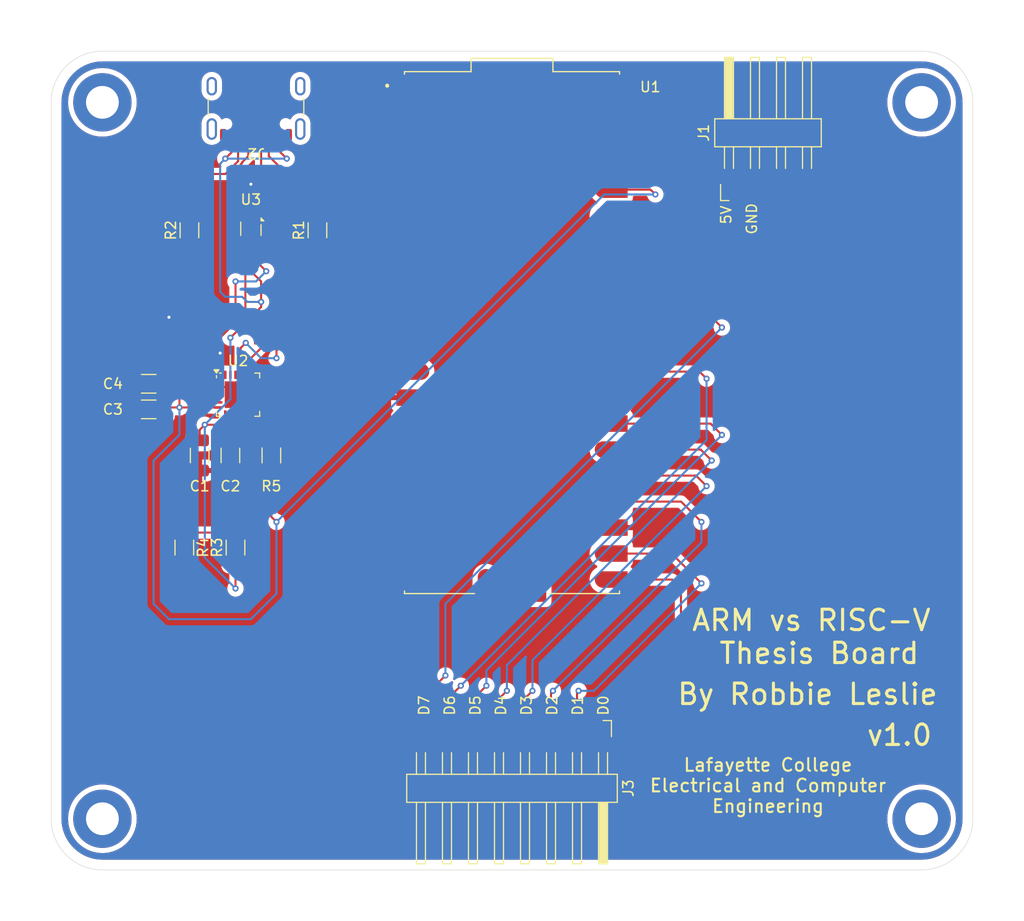
<source format=kicad_pcb>
(kicad_pcb (version 20240108) (generator "pcbnew") (generator_version "8.0")
  (title_block (title "Thesis PCB") (date "2025-02-25") (rev "v1.0") (company "Lafayette College Electrical and Computer Engineering Department") (comment 1 "By Robbie Leslie"))
  (layers (0 "F.Cu" signal) (31 "B.Cu" signal) (34 "B.Paste" user) (35 "F.Paste" user) (36 "B.SilkS" user "B.Silkscreen") (37 "F.SilkS" user "F.Silkscreen") (38 "B.Mask" user) (39 "F.Mask" user) (44 "Edge.Cuts" user))
  (net 0 "")
  (net 1 "/USB 5V")
  (net 2 "/GND")
  (net 3 "/3.3V")
  (net 5 "/5V")
  (net 7 "Net-(J2-D+-PadA6)")
  (net 8 "Net-(J2-D--PadA7)")
  (net 9 "Net-(J2-CC1)")
  (net 11 "Net-(J2-CC2)")
  (net 12 "/D3")
  (net 13 "/D0")
  (net 14 "/D6")
  (net 15 "/D1")
  (net 16 "/D5")
  (net 17 "/D2")
  (net 18 "/D4")
  (net 19 "/D7")
  (net 20 "Net-(U2-VBUS)")
  (net 21 "Net-(U2-~{RST})")
  (net 29 "/TX")
  (net 30 "/RX")
  (net 31 "/D_P")
  (net 35 "/D_N")
  (footprint "MountingHole:MountingHole_3.2mm_M3_ISO7380_Pad_TopBottom" (layer "F.Cu") (at 175 70)
    (property "Reference" "H2" (hide yes))
    (property "Value" "MountingHole")
  )
  (footprint "Capacitor_SMD:C_1206_3216Metric" (layer "F.Cu") (at 107.5 104.5 -90)
    (property "Reference" "C2")
    (property "Value" "0.1uF")
  )
  (footprint "Package_DFN_QFN:QFN-24-1EP_4x4mm_P0.5mm_EP2.6x2.6mm" (layer "F.Cu") (at 108.25 98.5625)
    (property "Reference" "U2")
    (property "Value" "CP2102N-Axx-xQFN24")
  )
  (footprint "MountingHole:MountingHole_3.2mm_M3_ISO7380_Pad_TopBottom" (layer "F.Cu") (at 175 140)
    (property "Reference" "H4" (hide yes))
    (property "Value" "MountingHole")
  )
  (footprint "Resistor_SMD:R_1206_3216Metric" (layer "F.Cu") (at 103 113.5 -90)
    (property "Reference" "R4")
    (property "Value" "47.5k")
  )
  (footprint "Connector_Harwin:Harwin_M20-89004xx_1x04_P2.54mm_Horizontal" (layer "F.Cu") (at 160 72.5 90)
    (property "Reference" "J1")
    (property "Value" "Conn_01x04")
  )
  (footprint "Capacitor_SMD:C_1206_3216Metric" (layer "F.Cu") (at 99.525 100 180)
    (property "Reference" "C3")
    (property "Value" "4.7uF")
  )
  (footprint "Connector_Harwin:Harwin_M20-89008xx_1x08_P2.54mm_Horizontal" (layer "F.Cu") (at 135 137.5 -90)
    (property "Reference" "J3")
    (property "Value" "Conn_01x08")
  )
  (footprint "Resistor_SMD:R_1206_3216Metric" (layer "F.Cu") (at 111.5 104.5 90)
    (property "Reference" "R5")
    (property "Value" "1k")
  )
  (footprint "Resistor_SMD:R_1206_3216Metric" (layer "F.Cu") (at 103.5 82.5 90)
    (property "Reference" "R2")
    (property "Value" "5.1k")
  )
  (footprint "Capacitor_SMD:C_1206_3216Metric" (layer "F.Cu") (at 104.5 104.5 -90)
    (property "Reference" "C1")
    (property "Value" "4.7uF")
  )
  (footprint "Resistor_SMD:R_1206_3216Metric" (layer "F.Cu") (at 108 113.5 90)
    (property "Reference" "R3")
    (property "Value" "22.1k")
  )
  (footprint "Footprints:pico" (layer "F.Cu") (at 135 92.5)
    (property "Reference" "U1")
    (property "Value" "SC0915")
  )
  (footprint "Capacitor_SMD:C_1206_3216Metric" (layer "F.Cu") (at 99.525 97.5 180)
    (property "Reference" "C4")
    (property "Value" "0.1uF")
  )
  (footprint "Connector_USB:USB_C_Receptacle_GCT_USB4105-xx-A_16P_TopMnt_Horizontal" (layer "F.Cu") (at 110 69.5 180)
    (property "Reference" "J2")
    (property "Value" "USB_C_Receptacle_USB2.0_14P")
  )
  (footprint "MountingHole:MountingHole_3.2mm_M3_ISO7380_Pad_TopBottom" (layer "F.Cu") (at 95 70)
    (property "Reference" "H1" (hide yes))
    (property "Value" "MountingHole")
  )
  (footprint "Package_TO_SOT_SMD:SOT-666" (layer "F.Cu") (at 109.5 82.35 -90)
    (property "Reference" "U3")
    (property "Value" "USBLC6-2P6")
  )
  (footprint "MountingHole:MountingHole_3.2mm_M3_ISO7380_Pad_TopBottom" (layer "F.Cu") (at 95 140)
    (property "Reference" "H3" (hide yes))
    (property "Value" "MountingHole")
  )
  (footprint "Resistor_SMD:R_1206_3216Metric" (layer "F.Cu") (at 116 82.5 90)
    (property "Reference" "R1")
    (property "Value" "5.1k")
  )
  (gr_line (start 95 65) (end 175 65) (stroke (width 0.05)) (layer "Edge.Cuts"))
  (gr_arc (start 175 65) (mid 178.535534 66.464466) (end 180 70) (stroke (width 0.05)) (layer "Edge.Cuts"))
  (gr_arc (start 90 70) (mid 91.464466 66.464466) (end 95 65) (stroke (width 0.05)) (layer "Edge.Cuts"))
  (gr_arc (start 95 145) (mid 91.464466 143.535534) (end 90 140) (stroke (width 0.05)) (layer "Edge.Cuts"))
  (gr_line (start 180 70) (end 180 140) (stroke (width 0.05)) (layer "Edge.Cuts"))
  (gr_arc (start 180 140) (mid 178.535534 143.535534) (end 175 145) (stroke (width 0.05)) (layer "Edge.Cuts"))
  (gr_line (start 90 140) (end 90 70) (stroke (width 0.05)) (layer "Edge.Cuts"))
  (gr_line (start 175 145) (end 95 145) (stroke (width 0.05)) (layer "Edge.Cuts"))
  (gr_text "5V" (at 156.5 82 90) (layer "F.SilkS") (effects (font (size 1 1)) (justify left bottom)))
  (gr_text "D1" (at 142 130 90) (layer "F.SilkS") (effects (font (size 1 1)) (justify left bottom)))
  (gr_text "GND" (at 159 83 90) (layer "F.SilkS") (effects (font (size 1 1)) (justify left bottom)))
  (gr_text "D2" (at 139.5 130 90) (layer "F.SilkS") (effects (font (size 1 1)) (justify left bottom)))
  (gr_text "D6" (at 129.5 130 90) (layer "F.SilkS") (effects (font (size 1 1)) (justify left bottom)))
  (gr_text "v1.0" (at 169.5 133 0) (layer "F.SilkS") (effects (font (size 2 2) (thickness 0.3)) (justify left bottom)))
  (gr_text "D7" (at 127 130 90) (layer "F.SilkS") (effects (font (size 1 1)) (justify left bottom)))
  (gr_text "By Robbie Leslie" (at 151 129 0) (layer "F.SilkS") (effects (font (size 2 2) (thickness 0.3) (bold yes)) (justify left bottom)))
  (gr_text "D3" (at 137 130 90) (layer "F.SilkS") (effects (font (size 1 1)) (justify left bottom)))
  (gr_text "Lafayette College\nElectrical and Computer\nEngineering" (at 160 139.5 0) (layer "F.SilkS") (effects (font (size 1.25 1.25) (thickness 0.2)) (justify bottom)))
  (gr_text "D5" (at 132 130 90) (layer "F.SilkS") (effects (font (size 1 1)) (justify left bottom)))
  (gr_text "ARM vs RISC-V \nThesis Board" (at 165 125 0) (layer "F.SilkS") (effects (font (size 2 2) (thickness 0.3)) (justify bottom)))
  (gr_text "D4" (at 134.5 130 90) (layer "F.SilkS") (effects (font (size 1 1)) (justify left bottom)))
  (gr_text "D0" (at 144.5 130 90) (layer "F.SilkS") (effects (font (size 1 1)) (justify left bottom)))
  (segment (start 105 101.5) (end 104.5 102) (width 0.2) (layer "F.Cu") (net 1))
  (segment (start 107.5 102) (end 107.5 103.025) (width 0.2) (layer "F.Cu") (net 1))
  (segment (start 110.5 90) (end 107.5 93) (width 0.2) (layer "F.Cu") (net 1))
  (segment (start 109.5 86.5) (end 110.5 87.5) (width 0.2) (layer "F.Cu") (net 1))
  (segment (start 112.4 73.18) (end 112.4 74.9) (width 0.2) (layer "F.Cu") (net 1))
  (segment (start 108 114.9625) (end 108 117.5) (width 0.2) (layer "F.Cu") (net 1))
  (segment (start 104.5 102) (end 104.5 103.025) (width 0.2) (layer "F.Cu") (net 1))
  (segment (start 107 101.5) (end 107.5 102) (width 0.2) (layer "F.Cu") (net 1))
  (segment (start 109.5 83.275) (end 109.5 86.5) (width 0.2) (layer "F.Cu") (net 1))
  (segment (start 110.5 89.5) (end 110.5 90) (width 0.2) (layer "F.Cu") (net 1))
  (segment (start 107.6 73.18) (end 107.6 74.9) (width 0.2) (layer "F.Cu") (net 1))
  (segment (start 112.4 74.9) (end 113 75.5) (width 0.2) (layer "F.Cu") (net 1))
  (segment (start 110.5 87.5) (end 110.5 89.5) (width 0.2) (layer "F.Cu") (net 1))
  (segment (start 107 100.5) (end 107 101.5) (width 0.2) (layer "F.Cu") (net 1))
  (segment (start 107.6 74.9) (end 107 75.5) (width 0.2) (layer "F.Cu") (net 1))
  (segment (start 107 101.5) (end 105 101.5) (width 0.2) (layer "F.Cu") (net 1))
  (via (at 110.5 89.5) (size 0.6) (drill 0.3) (layers "F.Cu" "B.Cu") (net 1))
  (via (at 105 101.5) (size 0.6) (drill 0.3) (layers "F.Cu" "B.Cu") (net 1))
  (via (at 108 117.5) (size 0.6) (drill 0.3) (layers "F.Cu" "B.Cu") (net 1))
  (via (at 113 75.5) (size 0.6) (drill 0.3) (layers "F.Cu" "B.Cu") (net 1))
  (via (at 107 75.5) (size 0.6) (drill 0.3) (layers "F.Cu" "B.Cu") (net 1))
  (via (at 107.5 93) (size 0.6) (drill 0.3) (layers "F.Cu" "B.Cu") (net 1))
  (segment (start 106.5 88.5) (end 106.5 76) (width 0.2) (layer "B.Cu") (net 1))
  (segment (start 105 101.5) (end 105 114.5) (width 0.2) (layer "B.Cu") (net 1))
  (segment (start 105 114.5) (end 108 117.5) (width 0.2) (layer "B.Cu") (net 1))
  (segment (start 109.151471 89.5) (end 108.651471 89) (width 0.2) (layer "B.Cu") (net 1))
  (segment (start 106.5 76) (end 107 75.5) (width 0.2) (layer "B.Cu") (net 1))
  (segment (start 107.5 93) (end 107.5 99) (width 0.2) (layer "B.Cu") (net 1))
  (segment (start 113 75.5) (end 107 75.5) (width 0.2) (layer "B.Cu") (net 1))
  (segment (start 110.5 89.5) (end 109.151471 89.5) (width 0.2) (layer "B.Cu") (net 1))
  (segment (start 108.651471 89) (end 107 89) (width 0.2) (layer "B.Cu") (net 1))
  (segment (start 107 89) (end 106.5 88.5) (width 0.2) (layer "B.Cu") (net 1))
  (segment (start 107.5 99) (end 105 101.5) (width 0.2) (layer "B.Cu") (net 1))
  (segment (start 113.2 73.18) (end 113.2 74.2) (width 0.2) (layer "F.Cu") (net 2))
  (segment (start 106.3125 97.8125) (end 107.5 97.8125) (width 0.2) (layer "F.Cu") (net 2))
  (segment (start 106.3125 97.8125) (end 105.885614 97.8125) (width 0.2) (layer "F.Cu") (net 2))
  (segment (start 106.8 74.2) (end 105.5 75.5) (width 0.2) (layer "F.Cu") (net 2))
  (segment (start 105 96.5) (end 105 95.5) (width 0.2) (layer "F.Cu") (net 2))
  (segment (start 106 94.5) (end 106.5 94.5) (width 0.2) (layer "F.Cu") (net 2))
  (segment (start 106.8 73.18) (end 106.8 74.2) (width 0.2) (layer "F.Cu") (net 2))
  (segment (start 105 95.5) (end 106 94.5) (width 0.2) (layer "F.Cu") (net 2))
  (segment (start 109.5 81.425) (end 109.5 78) (width 0.2) (layer "F.Cu") (net 2))
  (segment (start 105 96.926886) (end 105 96.5) (width 0.2) (layer "F.Cu") (net 2))
  (segment (start 113.2 74.2) (end 114.5 75.5) (width 0.2) (layer "F.Cu") (net 2))
  (segment (start 105.885614 97.8125) (end 105 96.926886) (width 0.2) (layer "F.Cu") (net 2))
  (segment (start 107.5 97.8125) (end 108.25 98.5625) (width 0.2) (layer "F.Cu") (net 2))
  (via (at 106.5 94.5) (size 0.6) (drill 0.3) (layers "F.Cu" "B.Cu") (net 2))
  (via (at 101.5 91) (size 0.6) (drill 0.3) (layers "F.Cu" "B.Cu") (net 2))
  (via (at 109.5 78) (size 0.6) (drill 0.3) (layers "F.Cu" "B.Cu") (net 2))
  (segment (start 106.3125 99.8125) (end 105 99.8125) (width 0.2) (layer "F.Cu") (net 3))
  (segment (start 105.885614 99.3125) (end 105.385614 99.8125) (width 0.2) (layer "F.Cu") (net 3))
  (segment (start 101.1875 99.8125) (end 101 100) (width 0.2) (layer "F.Cu") (net 3))
  (segment (start 148.53 78.53) (end 149 79) (width 0.2) (layer "F.Cu") (net 3))
  (segment (start 102.525 98) (end 102.025 97.5) (width 0.2) (layer "F.Cu") (net 3))
  (segment (start 102.525 99.8125) (end 102.525 98) (width 0.2) (layer "F.Cu") (net 3))
  (segment (start 106.3125 99.3125) (end 105.885614 99.3125) (width 0.2) (layer "F.Cu") (net 3))
  (segment (start 102.025 97.5) (end 101 97.5) (width 0.2) (layer "F.Cu") (net 3))
  (segment (start 111.5 110.5) (end 112 111) (width 0.2) (layer "F.Cu") (net 3))
  (segment (start 111.5 105.9625) (end 111.5 110.5) (width 0.2) (layer "F.Cu") (net 3))
  (segment (start 105 99.8125) (end 102.525 99.8125) (width 0.2) (layer "F.Cu") (net 3))
  (segment (start 105.385614 99.8125) (end 105 99.8125) (width 0.2) (layer "F.Cu") (net 3))
  (segment (start 102.525 99.8125) (end 101.1875 99.8125) (width 0.2) (layer "F.Cu") (net 3))
  (segment (start 144.69 78.53) (end 148.53 78.53) (width 0.2) (layer "F.Cu") (net 3))
  (via (at 102.525 99.8125) (size 0.6) (drill 0.3) (layers "F.Cu" "B.Cu") (net 3))
  (via (at 149 79) (size 0.6) (drill 0.3) (layers "F.Cu" "B.Cu") (net 3))
  (via (at 112 111) (size 0.6) (drill 0.3) (layers "F.Cu" "B.Cu") (net 3))
  (segment (start 112 118) (end 109.5 120.5) (width 0.2) (layer "B.Cu") (net 3))
  (segment (start 100 105) (end 102.525 102.475) (width 0.2) (layer "B.Cu") (net 3))
  (segment (start 102.525 102.475) (end 102.525 99.8125) (width 0.2) (layer "B.Cu") (net 3))
  (segment (start 109.5 120.5) (end 101.5 120.5) (width 0.2) (layer "B.Cu") (net 3))
  (segment (start 144 79) (end 149 79) (width 0.2) (layer "B.Cu") (net 3))
  (segment (start 112 111) (end 144 79) (width 0.2) (layer "B.Cu") (net 3))
  (segment (start 101.5 120.5) (end 100 119) (width 0.2) (layer "B.Cu") (net 3))
  (segment (start 112 111) (end 112 118) (width 0.2) (layer "B.Cu") (net 3))
  (segment (start 100 119) (end 100 105) (width 0.2) (layer "B.Cu") (net 3))
  (segment (start 148.87 68.37) (end 144.69 68.37) (width 0.2) (layer "F.Cu") (net 5))
  (segment (start 156.19 78.025) (end 156.19 83.31) (width 0.2) (layer "F.Cu") (net 5))
  (segment (start 154.5 85) (end 152 85) (width 0.2) (layer "F.Cu") (net 5))
  (segment (start 152 85) (end 151 84) (width 0.2) (layer "F.Cu") (net 5))
  (segment (start 151 70.5) (end 148.87 68.37) (width 0.2) (layer "F.Cu") (net 5))
  (segment (start 156.19 83.31) (end 154.5 85) (width 0.2) (layer "F.Cu") (net 5))
  (segment (start 151 84) (end 151 70.5) (width 0.2) (layer "F.Cu") (net 5))
  (segment (start 110.25 72.25) (end 110.25 73.18) (width 0.2) (layer "F.Cu") (net 7))
  (segment (start 110 72) (end 110.25 72.25) (width 0.2) (layer "F.Cu") (net 7))
  (segment (start 109.25 73.18) (end 109.25 72.25) (width 0.2) (layer "F.Cu") (net 7))
  (segment (start 108.5 76.065686) (end 108.5 81.0375) (width 0.2) (layer "F.Cu") (net 7))
  (segment (start 109.25 72.25) (end 109.5 72) (width 0.2) (layer "F.Cu") (net 7))
  (segment (start 109.5 72) (end 110 72) (width 0.2) (layer "F.Cu") (net 7))
  (segment (start 108.5 81.0375) (end 108.9625 81.5) (width 0.2) (layer "F.Cu") (net 7))
  (segment (start 108.65 75.85) (end 108.65 75.915686) (width 0.2) (layer "F.Cu") (net 7))
  (segment (start 109.25 73.18) (end 109.25 75.25) (width 0.2) (layer "F.Cu") (net 7))
  (segment (start 108.65 75.915686) (end 108.5 76.065686) (width 0.2) (layer "F.Cu") (net 7))
  (segment (start 109.25 75.25) (end 108.65 75.85) (width 0.2) (layer "F.Cu") (net 7))
  (segment (start 110 74.5) (end 110.48241 74.5) (width 0.2) (layer "F.Cu") (net 8))
  (segment (start 109.75 74.25) (end 110 74.5) (width 0.2) (layer "F.Cu") (net 8))
  (segment (start 110 74.5) (end 110.5 75) (width 0.2) (layer "F.Cu") (net 8))
  (segment (start 110.75 74.23241) (end 110.75 73.18) (width 0.2) (layer "F.Cu") (net 8))
  (segment (start 109.75 73.18) (end 109.75 74.25) (width 0.2) (layer "F.Cu") (net 8))
  (segment (start 110.5 75) (end 110.5 81.0375) (width 0.2) (layer "F.Cu") (net 8))
  (segment (start 110.48241 74.5) (end 110.75 74.23241) (width 0.2) (layer "F.Cu") (net 8))
  (segment (start 110.5 81.0375) (end 110.0375 81.5) (width 0.2) (layer "F.Cu") (net 8))
  (segment (start 111.25 73.18) (end 111.25 75.25) (width 0.2) (layer "F.Cu") (net 9))
  (segment (start 116 80) (end 116 81.0375) (width 0.2) (layer "F.Cu") (net 9))
  (segment (start 111.25 75.25) (end 116 80) (width 0.2) (layer "F.Cu") (net 9))
  (segment (start 103.5 79) (end 103.5 81.0375) (width 0.2) (layer "F.Cu") (net 11))
  (segment (start 107 77) (end 105.5 77) (width 0.2) (layer "F.Cu") (net 11))
  (segment (start 105.5 77) (end 103.5 79) (width 0.2) (layer "F.Cu") (net 11))
  (segment (start 108.25 73.18) (end 108.25 75.75) (width 0.2) (layer "F.Cu") (net 11))
  (segment (start 108.25 75.75) (end 107 77) (width 0.2) (layer "F.Cu") (net 11))
  (segment (start 136.27 131.975) (end 136.27 128.23) (width 0.2) (layer "F.Cu") (net 12))
  (segment (start 152.97 106.47) (end 154 107.5) (width 0.2) (layer "F.Cu") (net 12))
  (segment (start 144.69 106.47) (end 152.97 106.47) (width 0.2) (layer "F.Cu") (net 12))
  (segment (start 136.27 128.23) (end 137 127.5) (width 0.2) (layer "F.Cu") (net 12))
  (via (at 154 107.5) (size 0.6) (drill 0.3) (layers "F.Cu" "B.Cu") (net 12))
  (via (at 137 127.5) (size 0.6) (drill 0.3) (layers "F.Cu" "B.Cu") (net 12))
  (segment (start 137 124.5) (end 137 127.5) (width 0.2) (layer "B.Cu") (net 12))
  (segment (start 154 107.5) (end 137 124.5) (width 0.2) (layer "B.Cu") (net 12))
  (segment (start 144.5 128) (end 143.89 128.61) (width 0.2) (layer "F.Cu") (net 13))
  (segment (start 150.63 116.63) (end 151.5 117.5) (width 0.2) (layer "F.Cu") (net 13))
  (segment (start 148.5 128) (end 144.5 128) (width 0.2) (layer "F.Cu") (net 13))
  (segment (start 144.69 116.63) (end 150.63 116.63) (width 0.2) (layer "F.Cu") (net 13))
  (segment (start 151.5 117.5) (end 151.5 125) (width 0.2) (layer "F.Cu") (net 13))
  (segment (start 151.5 125) (end 148.5 128) (width 0.2) (layer "F.Cu") (net 13))
  (segment (start 143.89 128.61) (end 143.89 131.975) (width 0.2) (layer "F.Cu") (net 13))
  (segment (start 153.31 96.31) (end 154 97) (width 0.2) (layer "F.Cu") (net 14))
  (segment (start 128.65 128.35) (end 130 127) (width 0.2) (layer "F.Cu") (net 14))
  (segment (start 144.69 96.31) (end 153.31 96.31) (width 0.2) (layer "F.Cu") (net 14))
  (segment (start 128.65 131.975) (end 128.65 128.35) (width 0.2) (layer "F.Cu") (net 14))
  (via (at 130 127) (size 0.6) (drill 0.3) (layers "F.Cu" "B.Cu") (net 14))
  (via (at 154 97) (size 0.6) (drill 0.3) (layers "F.Cu" "B.Cu") (net 14))
  (segment (start 154 103) (end 130 127) (width 0.2) (layer "B.Cu") (net 14))
  (segment (start 154 97) (end 154 103) (width 0.2) (layer "B.Cu") (net 14))
  (segment (start 150.59 114.09) (end 153.5 117) (width 0.2) (layer "F.Cu") (net 15))
  (segment (start 144.69 114.09) (end 150.59 114.09) (width 0.2) (layer "F.Cu") (net 15))
  (segment (start 141.35 131.975) (end 141.35 127.65) (width 0.2) (layer "F.Cu") (net 15))
  (segment (start 141.35 127.65) (end 141.5 127.5) (width 0.2) (layer "F.Cu") (net 15))
  (via (at 141.5 127.5) (size 0.6) (drill 0.3) (layers "F.Cu" "B.Cu") (net 15))
  (via (at 153.5 117) (size 0.6) (drill 0.3) (layers "F.Cu" "B.Cu") (net 15))
  (segment (start 143 127.5) (end 141.5 127.5) (width 0.2) (layer "B.Cu") (net 15))
  (segment (start 153.5 117) (end 143 127.5) (width 0.2) (layer "B.Cu") (net 15))
  (segment (start 131.19 128.31) (end 132.5 127) (width 0.2) (layer "F.Cu") (net 16))
  (segment (start 144.69 101.39) (end 154.39 101.39) (width 0.2) (layer "F.Cu") (net 16))
  (segment (start 154.39 101.39) (end 155.5 102.5) (width 0.2) (layer "F.Cu") (net 16))
  (segment (start 131.19 131.975) (end 131.19 128.31) (width 0.2) (layer "F.Cu") (net 16))
  (via (at 132.5 127) (size 0.6) (drill 0.3) (layers "F.Cu" "B.Cu") (net 16))
  (via (at 155.5 102.5) (size 0.6) (drill 0.3) (layers "F.Cu" "B.Cu") (net 16))
  (segment (start 155.5 102.5) (end 132.5 125.5) (width 0.2) (layer "B.Cu") (net 16))
  (segment (start 132.5 125.5) (end 132.5 127) (width 0.2) (layer "B.Cu") (net 16))
  (segment (start 144.69 109.01) (end 151.51 109.01) (width 0.2) (layer "F.Cu") (net 17))
  (segment (start 151.51 109.01) (end 153.5 111) (width 0.2) (layer "F.Cu") (net 17))
  (segment (start 138.81 127.69) (end 139 127.5) (width 0.2) (layer "F.Cu") (net 17))
  (segment (start 138.81 131.975) (end 138.81 127.69) (width 0.2) (layer "F.Cu") (net 17))
  (via (at 139 127.5) (size 0.6) (drill 0.3) (layers "F.Cu" "B.Cu") (net 17))
  (via (at 153.5 111) (size 0.6) (drill 0.3) (layers "F.Cu" "B.Cu") (net 17))
  (segment (start 153.5 113) (end 139 127.5) (width 0.2) (layer "B.Cu") (net 17))
  (segment (start 153.5 111) (end 153.5 113) (width 0.2) (layer "B.Cu") (net 17))
  (segment (start 133.73 128.27) (end 134.5 127.5) (width 0.2) (layer "F.Cu") (net 18))
  (segment (start 133.73 131.975) (end 133.73 128.27) (width 0.2) (layer "F.Cu") (net 18))
  (segment (start 144.69 103.93) (end 153.43 103.93) (width 0.2) (layer "F.Cu") (net 18))
  (segment (start 153.43 103.93) (end 154.5 105) (width 0.2) (layer "F.Cu") (net 18))
  (via (at 154.5 105) (size 0.6) (drill 0.3) (layers "F.Cu" "B.Cu") (net 18))
  (via (at 134.5 127.5) (size 0.6) (drill 0.3) (layers "F.Cu" "B.Cu") (net 18))
  (segment (start 154.5 105) (end 134.5 125) (width 0.2) (layer "B.Cu") (net 18))
  (segment (start 134.5 125) (end 134.5 127.5) (width 0.2) (layer "B.Cu") (net 18))
  (segment (start 126.11 131.975) (end 126.11 128.39) (width 0.2) (layer "F.Cu") (net 19))
  (segment (start 154.73 91.23) (end 155.5 92) (width 0.2) (layer "F.Cu") (net 19))
  (segment (start 126.11 128.39) (end 128.5 126) (width 0.2) (layer "F.Cu") (net 19))
  (segment (start 144.69 91.23) (end 154.73 91.23) (width 0.2) (layer "F.Cu") (net 19))
  (via (at 155.5 92) (size 0.6) (drill 0.3) (layers "F.Cu" "B.Cu") (net 19))
  (via (at 128.5 126) (size 0.6) (drill 0.3) (layers "F.Cu" "B.Cu") (net 19))
  (segment (start 155.5 92) (end 128.5 119) (width 0.2) (layer "B.Cu") (net 19))
  (segment (start 128.5 119) (end 128.5 126) (width 0.2) (layer "B.Cu") (net 19))
  (segment (start 109.5 103) (end 109.5 109) (width 0.2) (layer "F.Cu") (net 20))
  (segment (start 109.5 109) (end 108 110.5) (width 0.2) (layer "F.Cu") (net 20))
  (segment (start 108 112.0375) (end 103 112.0375) (width 0.2) (layer "F.Cu") (net 20))
  (segment (start 108 110.5) (end 108 112.0375) (width 0.2) (layer "F.Cu") (net 20))
  (segment (start 107.5 101) (end 109.5 103) (width 0.2) (layer "F.Cu") (net 20))
  (segment (start 107.5 100.5) (end 107.5 101) (width 0.2) (layer "F.Cu") (net 20))
  (segment (start 111.5 102) (end 111.5 103.0375) (width 0.2) (layer "F.Cu") (net 21))
  (segment (start 108.573114 101.5) (end 111 101.5) (width 0.2) (layer "F.Cu") (net 21))
  (segment (start 111 101.5) (end 111.5 102) (width 0.2) (layer "F.Cu") (net 21))
  (segment (start 108 100.926886) (end 108.573114 101.5) (width 0.2) (layer "F.Cu") (net 21))
  (segment (start 108 100.5) (end 108 100.926886) (width 0.2) (layer "F.Cu") (net 21))
  (segment (start 119.5 85) (end 109 95.5) (width 0.2) (layer "F.Cu") (net 29))
  (segment (start 109 95.5) (end 109 96.625) (width 0.2) (layer "F.Cu") (net 29))
  (segment (start 125.31 68.37) (end 123.63 68.37) (width 0.2) (layer "F.Cu") (net 29))
  (segment (start 119.5 72.5) (end 119.5 85) (width 0.2) (layer "F.Cu") (net 29))
  (segment (start 123.63 68.37) (end 119.5 72.5) (width 0.2) (layer "F.Cu") (net 29))
  (segment (start 123.695 70.91) (end 121 73.605) (width 0.2) (layer "F.Cu") (net 30))
  (segment (start 121 85.25) (end 112 94.25) (width 0.2) (layer "F.Cu") (net 30))
  (segment (start 108.5 94) (end 108.5 96.625) (width 0.2) (layer "F.Cu") (net 30))
  (segment (start 125.31 70.91) (end 123.695 70.91) (width 0.2) (layer "F.Cu") (net 30))
  (segment (start 109 93.5) (end 108.5 94) (width 0.2) (layer "F.Cu") (net 30))
  (segment (start 112 94.25) (end 112 95) (width 0.2) (layer "F.Cu") (net 30))
  (segment (start 121 73.605) (end 121 85.25) (width 0.2) (layer "F.Cu") (net 30))
  (via (at 109 93.5) (size 0.6) (drill 0.3) (layers "F.Cu" "B.Cu") (net 30))
  (via (at 112 95) (size 0.6) (drill 0.3) (layers "F.Cu" "B.Cu") (net 30))
  (segment (start 110.5 95) (end 109 93.5) (width 0.2) (layer "B.Cu") (net 30))
  (segment (start 112 95) (end 110.5 95) (width 0.2) (layer "B.Cu") (net 30))
  (segment (start 104.5 95) (end 108.9625 90.5375) (width 0.2) (layer "F.Cu") (net 31))
  (segment (start 106.3125 98.3125) (end 105.0125 98.3125) (width 0.2) (layer "F.Cu") (net 31))
  (segment (start 104.9 97.834314) (end 104.5 97.434314) (width 0.2) (layer "F.Cu") (net 31))
  (segment (start 105.0125 98.3125) (end 104.9 98.2) (width 0.2) (layer "F.Cu") (net 31))
  (segment (start 104.5 97.434314) (end 104.5 95) (width 0.2) (layer "F.Cu") (net 31))
  (segment (start 108.9625 90.5375) (end 108.9625 83.2) (width 0.2) (layer "F.Cu") (net 31))
  (segment (start 104.9 98.2) (end 104.9 97.834314) (width 0.2) (layer "F.Cu") (net 31))
  (segment (start 110.0375 85.5375) (end 110.0375 83.2) (width 0.2) (layer "F.Cu") (net 35))
  (segment (start 104 94.5) (end 108 90.5) (width 0.2) (layer "F.Cu") (net 35))
  (segment (start 104 97.5) (end 104 94.5) (width 0.2) (layer "F.Cu") (net 35))
  (segment (start 108 90.5) (end 108 87.5) (width 0.2) (layer "F.Cu") (net 35))
  (segment (start 104.8125 98.8125) (end 104.5 98.5) (width 0.2) (layer "F.Cu") (net 35))
  (segment (start 111 86.5) (end 110.0375 85.5375) (width 0.2) (layer "F.Cu") (net 35))
  (segment (start 104.5 98) (end 104 97.5) (width 0.2) (layer "F.Cu") (net 35))
  (segment (start 104.5 98.5) (end 104.5 98) (width 0.2) (layer "F.Cu") (net 35))
  (segment (start 106.3125 98.8125) (end 104.8125 98.8125) (width 0.2) (layer "F.Cu") (net 35))
  (via (at 111 86.5) (size 0.6) (drill 0.3) (layers "F.Cu" "B.Cu") (net 35))
  (via (at 108 87.5) (size 0.6) (drill 0.3) (layers "F.Cu" "B.Cu") (net 35))
  (segment (start 111 86.5) (end 110 87.5) (width 0.2) (layer "B.Cu") (net 35))
  (segment (start 110 87.5) (end 108 87.5) (width 0.2) (layer "B.Cu") (net 35))
  (zone (net 2) (net_name "/GND") (layers "F&B.Cu") (connect_pads (clearance 0.5)) (min_thickness 0.25) (fill yes (thermal_gap 0.5) (thermal_bridge_width 0.5))
    (polygon (pts (xy 85 60) (xy 185 60) (xy 185 150) (xy 85 150)))
  )
)
</source>
